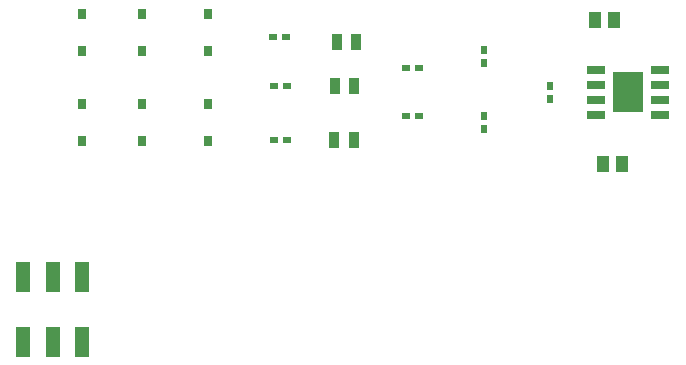
<source format=gtp>
G04 #@! TF.GenerationSoftware,KiCad,Pcbnew,5.1.5+dfsg1-2build2*
G04 #@! TF.CreationDate,2022-04-22T12:54:42+02:00*
G04 #@! TF.ProjectId,Shield,53686965-6c64-42e6-9b69-6361645f7063,1.0*
G04 #@! TF.SameCoordinates,Original*
G04 #@! TF.FileFunction,Paste,Top*
G04 #@! TF.FilePolarity,Positive*
%FSLAX46Y46*%
G04 Gerber Fmt 4.6, Leading zero omitted, Abs format (unit mm)*
G04 Created by KiCad (PCBNEW 5.1.5+dfsg1-2build2) date 2022-04-22 12:54:42*
%MOMM*%
%LPD*%
G04 APERTURE LIST*
%ADD10R,1.200000X2.500000*%
%ADD11R,0.600000X0.750000*%
%ADD12R,0.750000X0.600000*%
%ADD13R,2.513000X3.402000*%
%ADD14R,1.525000X0.700000*%
%ADD15R,0.760000X0.820000*%
%ADD16R,0.980000X1.430000*%
%ADD17R,0.940000X1.430000*%
G04 APERTURE END LIST*
D10*
X78322800Y-94328800D03*
X80822800Y-94328800D03*
X83322800Y-94328800D03*
X83322800Y-99828800D03*
X80822800Y-99828800D03*
X78322800Y-99828800D03*
D11*
X122936000Y-78190000D03*
X122936000Y-79290000D03*
D12*
X111802000Y-80772000D03*
X110702000Y-80772000D03*
D11*
X117348000Y-75142000D03*
X117348000Y-76242000D03*
X117348000Y-80730000D03*
X117348000Y-81830000D03*
D12*
X110744000Y-76708000D03*
X111844000Y-76708000D03*
X100626000Y-82804000D03*
X99526000Y-82804000D03*
X100626000Y-78232000D03*
X99526000Y-78232000D03*
X100575200Y-74066400D03*
X99475200Y-74066400D03*
D13*
X129540000Y-78740000D03*
D14*
X132252000Y-76835000D03*
X132252000Y-78105000D03*
X132252000Y-79375000D03*
X132252000Y-80645000D03*
X126828000Y-80645000D03*
X126828000Y-79375000D03*
X126828000Y-78105000D03*
X126828000Y-76835000D03*
D15*
X93980000Y-79680000D03*
X93980000Y-82880000D03*
X93980000Y-72060000D03*
X93980000Y-75260000D03*
X88392000Y-79680000D03*
X88392000Y-82880000D03*
X88392000Y-72060000D03*
X88392000Y-75260000D03*
X83312000Y-79680000D03*
X83312000Y-82880000D03*
X83312000Y-72060000D03*
X83312000Y-75260000D03*
D16*
X128308000Y-72644000D03*
X126708000Y-72644000D03*
X129032000Y-84836000D03*
X127432000Y-84836000D03*
D17*
X104648000Y-82804000D03*
X106288000Y-82804000D03*
X104676000Y-78232000D03*
X106316000Y-78232000D03*
X104844000Y-74472800D03*
X106484000Y-74472800D03*
M02*

</source>
